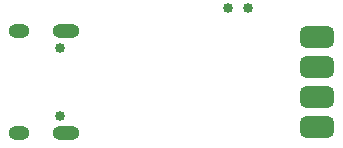
<source format=gbs>
G04*
G04 #@! TF.GenerationSoftware,Altium Limited,Altium Designer,22.3.1 (43)*
G04*
G04 Layer_Color=16711935*
%FSLAX25Y25*%
%MOIN*%
G70*
G04*
G04 #@! TF.SameCoordinates,053DD5C4-2321-4C6E-A5A1-E9A81C9A727C*
G04*
G04*
G04 #@! TF.FilePolarity,Negative*
G04*
G01*
G75*
G04:AMPARAMS|DCode=46|XSize=70.99mil|YSize=114.3mil|CornerRadius=19.75mil|HoleSize=0mil|Usage=FLASHONLY|Rotation=270.000|XOffset=0mil|YOffset=0mil|HoleType=Round|Shape=RoundedRectangle|*
%AMROUNDEDRECTD46*
21,1,0.07099,0.07480,0,0,270.0*
21,1,0.03150,0.11430,0,0,270.0*
1,1,0.03950,-0.03740,-0.01575*
1,1,0.03950,-0.03740,0.01575*
1,1,0.03950,0.03740,0.01575*
1,1,0.03950,0.03740,-0.01575*
%
%ADD46ROUNDEDRECTD46*%
%ADD51C,0.03359*%
%ADD52O,0.07099X0.04737*%
%ADD53O,0.09068X0.04737*%
D46*
X110000Y45000D02*
D03*
Y35000D02*
D03*
Y25000D02*
D03*
Y15000D02*
D03*
D51*
X80154Y54533D02*
D03*
X86847D02*
D03*
X24358Y41378D02*
D03*
Y18622D02*
D03*
D52*
X10579Y12972D02*
D03*
Y47028D02*
D03*
D53*
X26327Y12972D02*
D03*
Y47028D02*
D03*
M02*

</source>
